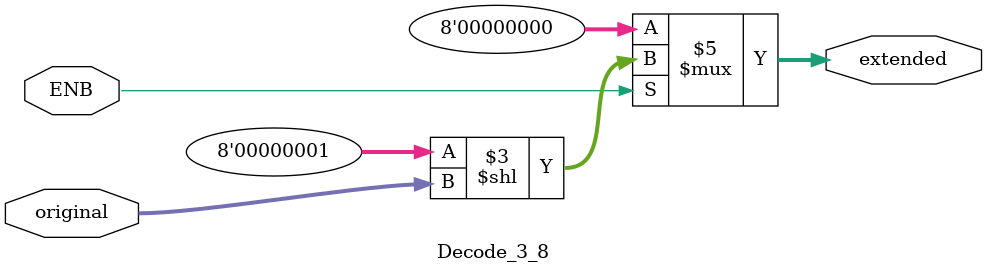
<source format=v>
module Decode_3_8 (ENB, original, extended);

	input ENB;
	input [2:0] original;
	output reg [7:0] extended;	// [0:7] on instruction?
	
	always@(ENB or original) begin
		if (ENB == 1'b1) begin
			extended	= 8'b00000001 << original;
		end else begin
			extended = 8'b0;
		end		
	end

endmodule
</source>
